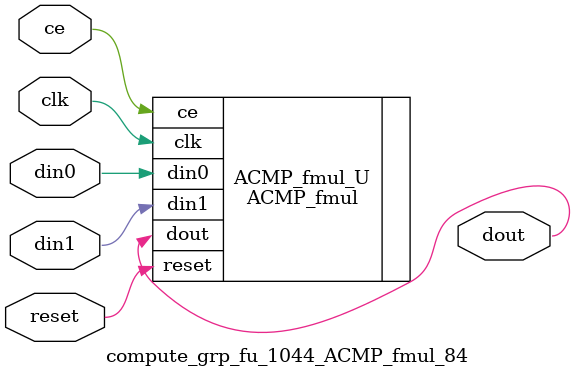
<source format=v>

`timescale 1 ns / 1 ps
module compute_grp_fu_1044_ACMP_fmul_84(
    clk,
    reset,
    ce,
    din0,
    din1,
    dout);

parameter ID = 32'd1;
parameter NUM_STAGE = 32'd1;
parameter din0_WIDTH = 32'd1;
parameter din1_WIDTH = 32'd1;
parameter dout_WIDTH = 32'd1;
input clk;
input reset;
input ce;
input[din0_WIDTH - 1:0] din0;
input[din1_WIDTH - 1:0] din1;
output[dout_WIDTH - 1:0] dout;



ACMP_fmul #(
.ID( ID ),
.NUM_STAGE( 4 ),
.din0_WIDTH( din0_WIDTH ),
.din1_WIDTH( din1_WIDTH ),
.dout_WIDTH( dout_WIDTH ))
ACMP_fmul_U(
    .clk( clk ),
    .reset( reset ),
    .ce( ce ),
    .din0( din0 ),
    .din1( din1 ),
    .dout( dout ));

endmodule

</source>
